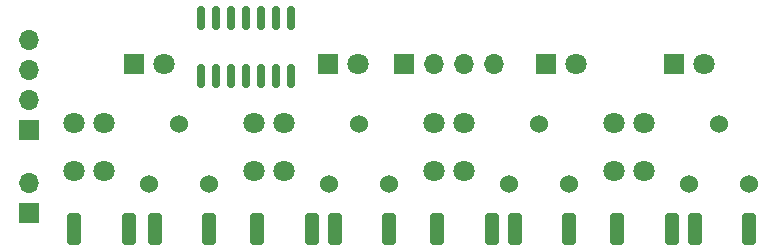
<source format=gbr>
%TF.GenerationSoftware,KiCad,Pcbnew,8.0.5*%
%TF.CreationDate,2024-10-09T02:46:16+09:00*%
%TF.ProjectId,LT,4c542e6b-6963-4616-945f-706362585858,rev?*%
%TF.SameCoordinates,Original*%
%TF.FileFunction,Soldermask,Top*%
%TF.FilePolarity,Negative*%
%FSLAX46Y46*%
G04 Gerber Fmt 4.6, Leading zero omitted, Abs format (unit mm)*
G04 Created by KiCad (PCBNEW 8.0.5) date 2024-10-09 02:46:16*
%MOMM*%
%LPD*%
G01*
G04 APERTURE LIST*
G04 Aperture macros list*
%AMRoundRect*
0 Rectangle with rounded corners*
0 $1 Rounding radius*
0 $2 $3 $4 $5 $6 $7 $8 $9 X,Y pos of 4 corners*
0 Add a 4 corners polygon primitive as box body*
4,1,4,$2,$3,$4,$5,$6,$7,$8,$9,$2,$3,0*
0 Add four circle primitives for the rounded corners*
1,1,$1+$1,$2,$3*
1,1,$1+$1,$4,$5*
1,1,$1+$1,$6,$7*
1,1,$1+$1,$8,$9*
0 Add four rect primitives between the rounded corners*
20,1,$1+$1,$2,$3,$4,$5,0*
20,1,$1+$1,$4,$5,$6,$7,0*
20,1,$1+$1,$6,$7,$8,$9,0*
20,1,$1+$1,$8,$9,$2,$3,0*%
G04 Aperture macros list end*
%ADD10R,1.800000X1.800000*%
%ADD11C,1.800000*%
%ADD12C,1.524000*%
%ADD13RoundRect,0.250000X-0.362500X-1.075000X0.362500X-1.075000X0.362500X1.075000X-0.362500X1.075000X0*%
%ADD14O,1.700000X1.700000*%
%ADD15R,1.700000X1.700000*%
%ADD16RoundRect,0.250000X0.362500X1.075000X-0.362500X1.075000X-0.362500X-1.075000X0.362500X-1.075000X0*%
%ADD17RoundRect,0.150000X0.150000X-0.825000X0.150000X0.825000X-0.150000X0.825000X-0.150000X-0.825000X0*%
G04 APERTURE END LIST*
D10*
%TO.C,D2*%
X41270000Y-19195000D03*
D11*
X43810000Y-19195000D03*
%TD*%
D12*
%TO.C,R4*%
X41347500Y-29355000D03*
X46427500Y-29355000D03*
X43887500Y-24275000D03*
%TD*%
D13*
%TO.C,R10*%
X76907500Y-33165000D03*
X72282500Y-33165000D03*
%TD*%
D14*
%TO.C,J2*%
X15875000Y-17135000D03*
X15875000Y-19675000D03*
X15875000Y-22215000D03*
D15*
X15875000Y-24755000D03*
%TD*%
D14*
%TO.C,J1*%
X55317500Y-19195000D03*
X52777500Y-19195000D03*
X50237500Y-19195000D03*
D15*
X47697500Y-19195000D03*
%TD*%
D16*
%TO.C,R11*%
X50465000Y-33165000D03*
X55090000Y-33165000D03*
%TD*%
%TO.C,R1*%
X19757500Y-33165000D03*
X24382500Y-33165000D03*
%TD*%
%TO.C,R6*%
X35225000Y-33165000D03*
X39850000Y-33165000D03*
%TD*%
D13*
%TO.C,R3*%
X31187500Y-33165000D03*
X26562500Y-33165000D03*
%TD*%
D12*
%TO.C,R2*%
X26107500Y-29355000D03*
X31187500Y-29355000D03*
X28647500Y-24275000D03*
%TD*%
D11*
%TO.C,D1*%
X27377500Y-19195000D03*
D10*
X24837500Y-19195000D03*
%TD*%
D12*
%TO.C,R8*%
X71827500Y-29355000D03*
X76907500Y-29355000D03*
X74367500Y-24275000D03*
%TD*%
D13*
%TO.C,R5*%
X46427500Y-33165000D03*
X41802500Y-33165000D03*
%TD*%
D12*
%TO.C,R7*%
X56587500Y-29355000D03*
X61667500Y-29355000D03*
X59127500Y-24275000D03*
%TD*%
D14*
%TO.C,J3*%
X15875000Y-29215000D03*
D15*
X15875000Y-31755000D03*
%TD*%
D10*
%TO.C,D4*%
X70485000Y-19195000D03*
D11*
X73025000Y-19195000D03*
%TD*%
D16*
%TO.C,R12*%
X65705000Y-33165000D03*
X70330000Y-33165000D03*
%TD*%
D11*
%TO.C,D3*%
X62225000Y-19195000D03*
D10*
X59685000Y-19195000D03*
%TD*%
D13*
%TO.C,R9*%
X61667500Y-33165000D03*
X57042500Y-33165000D03*
%TD*%
D17*
%TO.C,U2*%
X30480000Y-15240000D03*
X31750000Y-15240000D03*
X33020000Y-15240000D03*
X34290000Y-15240000D03*
X35560000Y-15240000D03*
X36830000Y-15240000D03*
X38100000Y-15240000D03*
X38100000Y-20190000D03*
X36830000Y-20190000D03*
X35560000Y-20190000D03*
X34290000Y-20190000D03*
X33020000Y-20190000D03*
X31750000Y-20190000D03*
X30480000Y-20190000D03*
%TD*%
D11*
%TO.C,U6*%
X68017500Y-24130000D03*
X65477500Y-24130000D03*
X68017500Y-28230000D03*
X65477500Y-28230000D03*
%TD*%
%TO.C,U1*%
X22297500Y-24130000D03*
X19757500Y-24130000D03*
X22297500Y-28230000D03*
X19757500Y-28230000D03*
%TD*%
%TO.C,U4*%
X37537500Y-24130000D03*
X34997500Y-24130000D03*
X37537500Y-28230000D03*
X34997500Y-28230000D03*
%TD*%
%TO.C,U5*%
X52777500Y-24130000D03*
X50237500Y-24130000D03*
X52777500Y-28230000D03*
X50237500Y-28230000D03*
%TD*%
M02*

</source>
